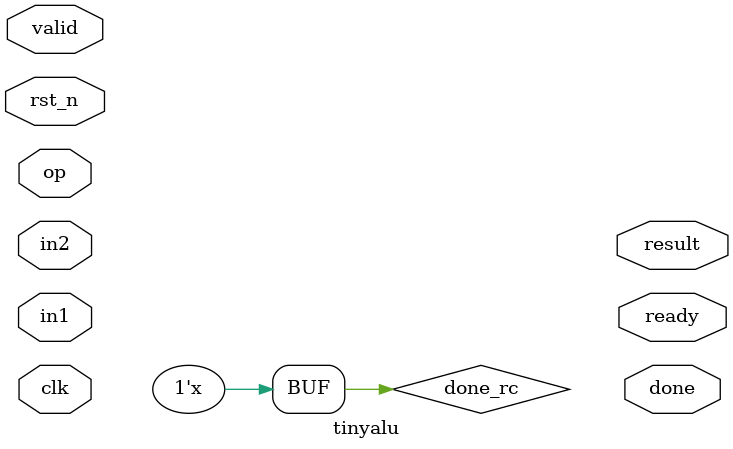
<source format=sv>

typedef enum int unsigned {
	OP_MUL=0,
	OP_DIV,
	OP_ADD,
	OP_SUB,
	OP_SLL,
	OP_SRL,
	OP_SLT,
	OP_AND,
	OP_OR,
	OP_XOR
} op_name;


module tinyalu #(
	parameter OP_WIDTH = 5,
	parameter DELAY = 3
)(
	input					clk,
	input					rst_n,
	input [31:0]			in1,
	input [31:0]			in2,
	input [OP_WIDTH-1:0]    op,
	input					valid,
	output					ready,
	output	[31:0]			result,
	output					done
);


logic[31:0] result_r, result_rc;
logic done_rc, done_r;
logic [DELAY-1:0] delay_r, delay_rc;

always_comb begin
	done_rc = delay_rc[0];
	if (|delay_r[DELAY-1:1]) begin
		delay_rc = {1'h0, delay_r[DELAY-1:1]};
	end else begin
		if (op[OP_MUL] | op[OP_DIV]) begin
			delay_rc[DELAY-1] = 1'h1;
			result_rc = op[OP_MUL] ? in1*in2 : in1/in2;
		end else begin
			delay_rc[0] = 1'h1;
			if (OP_ADD)begin
				result_rc = in1 + in2;
			end
			if (OP_SUB)begin
				result_rc = in1 - in2;
			end
			if (OP_SLL)begin
				result_rc = in1 >> in2;
			end
			if (OP_SRL)begin
				result_rc = in1 << in2;
			end
			if (OP_SLT)begin
				result_rc = in1 < in2 ? 32'h1 : 32'h0;
			end
			if (OP_AND)begin
				result_rc = in1 & in2;
			end
			if (OP_OR)begin
				result_rc = in1 | in2;
			end
			if (OP_XOR)begin
				result_rc = in1 ^ in2;
			end
		end
	end
end

always_ff @(posedge clk or negedge rst_n) begin
	if (~rst_n) begin
		result_r <= '0;
		done_r   <= 1'b0;
	end else begin
		if (delay_rc[0]) begin
			result_r <= result_rc;
		end
		done_r   <= done_rc;
		delay_r  <= delay_rc;
	end
end


endmodule

</source>
